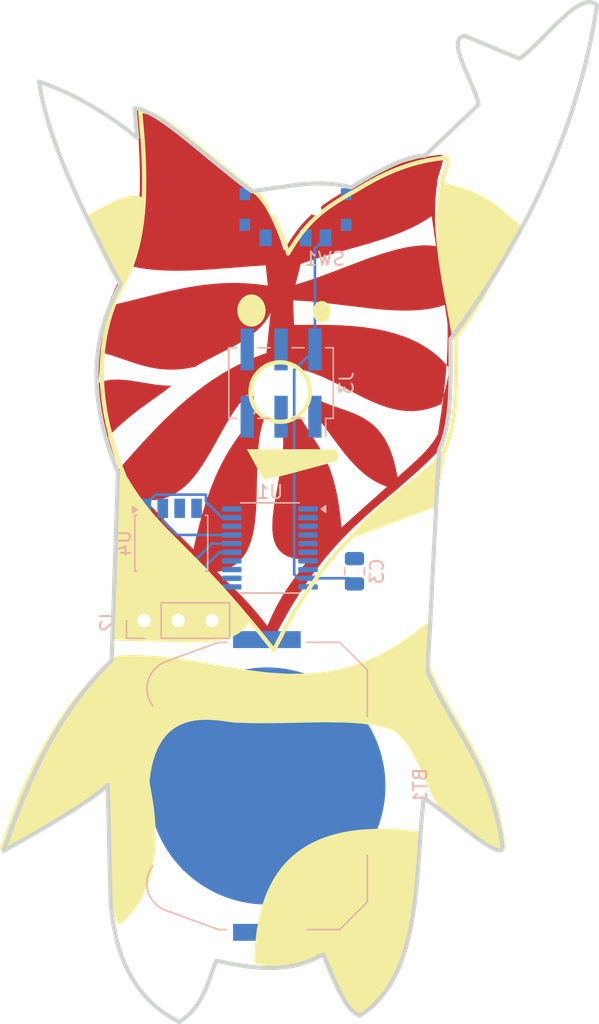
<source format=kicad_pcb>
(kicad_pcb (version 20241229) (generator "pcbnew") (generator_version "9.0")
  (layers (0 "F.Cu" signal) (2 "B.Cu" signal) (13 "F.Paste" user) (15 "B.Paste" user) (5 "F.SilkS" user "F.Silkscreen") (7 "B.SilkS" user "B.Silkscreen") (1 "F.Mask" user) (3 "B.Mask" user) (25 "Edge.Cuts" user))
  (net 0 "")
  (net 1 "Net-(BT1-+)")
  (net 2 "GND")
  (net 3 "+3V3")
  (net 4 "SWIO")
  (net 9 "PD0")
  (net 10 "PC5")
  (net 11 "PC3")
  (net 12 "PC0")
  (net 13 "PC6")
  (net 14 "PD2")
  (net 15 "PA1")
  (net 16 "PC4")
  (net 17 "PD4")
  (net 18 "Reset")
  (net 19 "PD6")
  (net 20 "PC7")
  (net 21 "PD3")
  (net 22 "PD5")
  (net 23 "PA2")
  (net 24 "PC1")
  (net 25 "PC2")
  (footprint "UE_Buttons:SK-3296S_switch" (layer "B.Cu") (at 158.375 63.95 180)
    (property "Reference" "SW1")
    (property "Value" "SW_SPDT")
  )
  (footprint "Capacitor_SMD:C_0805_2012Metric" (layer "B.Cu") (at 162.8 91.1 90)
    (property "Reference" "C3")
    (property "Value" "100n")
  )
  (footprint "Package_SO:SSOP-8_3.95x5.21x3.27mm_P1.27mm" (layer "B.Cu") (at 149.045 89 -90)
    (property "Reference" "U4")
    (property "Value" "W25Q16JVSS")
  )
  (footprint "Connector_PinSocket_2.54mm:PinSocket_1x03_P2.54mm_Vertical" (layer "B.Cu") (at 147.02 94.8 -90)
    (property "Reference" "J2")
    (property "Value" "Debug")
  )
  (footprint "Battery:BatteryHolder_Keystone_3034_1x20mm" (layer "B.Cu") (at 156.225 107.215 90)
    (property "Reference" "BT1")
    (property "Value" "Battery_Cell")
  )
  (footprint "Package_SO:TSSOP-20_4.4x6.5mm_P0.65mm" (layer "B.Cu") (at 156.45 89.35 180)
    (property "Reference" "U1")
    (property "Value" "CH32V006")
  )
  (footprint "Connector_PinHeader_2.54mm:PinHeader_2x03_P2.54mm_Vertical_SMD" (layer "B.Cu") (at 157.29 76.975 90)
    (property "Reference" "J3")
    (property "Value" "Conn_02x03_Odd_Even")
  )
  (gr_poly (pts (xy 146.55 56.325) (xy 146.723173 56.352742) (xy 146.910417 56.403504) (xy 147.111004 56.476096) (xy 147.549295 56.682006) (xy 148.032225 56.960946) (xy 148.55397 57.303389) (xy 149.108707 57.699811) (xy 149.690612 58.140684) (xy 150.293864 58.616484) (xy 152.803861 60.678428) (xy 154.035533 61.671284) (xy 154.625156 62.124843) (xy 155.189539 62.537121) (xy 155.343235 62.703128) (xy 155.499213 62.890465) (xy 155.656711 63.097823) (xy 155.814964 63.323891) (xy 155.973208 63.567357) (xy 156.130679 63.826912) (xy 156.286614 64.101246) (xy 156.440248 64.389046) (xy 156.590817 64.689003) (xy 156.737558 64.999807) (xy 156.879706 65.320147) (xy 157.016498 65.648711) (xy 157.147169 65.98419) (xy 157.270956 66.325273) (xy 157.387095 66.67065) (xy 157.494822 67.019009) (xy 157.742926 66.608877) (xy 157.987477 66.225824) (xy 158.231354 65.867251) (xy 158.47743 65.530557) (xy 158.728585 65.213141) (xy 158.987692 64.912404) (xy 159.25763 64.625746) (xy 159.541274 64.350565) (xy 159.841501 64.084263) (xy 160.161188 63.824238) (xy 160.50321 63.567891) (xy 160.870445 63.312621) (xy 161.265768 63.055828) (xy 161.692057 62.794912) (xy 162.152187 62.527272) (xy 162.649035 62.250309) (xy 163.093742 61.980317) (xy 163.530828 61.728539) (xy 163.960747 61.494524) (xy 164.383951 61.277821) (xy 164.800892 61.077977) (xy 165.212024 60.894543) (xy 165.617798 60.727066) (xy 166.018669 60.575096) (xy 166.415089 60.438179) (xy 166.80751 60.315866) (xy 167.196386 60.207705) (xy 167.582169 60.113244) (xy 167.965311 60.032032) (xy 168.346266 59.963618) (xy 168.725487 59.90755) (xy 169.103426 59.863377) (xy 169.175052 59.84967) (xy 169.237258 59.845606) (xy 169.290508 59.850713) (xy 169.335264 59.864516) (xy 169.37199 59.88654) (xy 169.401148 59.916313) (xy 169.423202 59.95336) (xy 169.438614 59.997206) (xy 169.447848 60.047379) (xy 169.451366 60.103403) (xy 169.449631 60.164805) (xy 169.443107 60.231111) (xy 169.41754 60.376539) (xy 169.37837 60.535894) (xy 169.274035 60.881216) (xy 169.159729 61.23674) (xy 169.108096 61.408847) (xy 169.065082 61.572129) (xy 169.03439 61.722792) (xy 169.019724 61.857045) (xy 168.927023 62.595183) (xy 168.870127 63.328552) (xy 168.845909 64.057569) (xy 168.85124 64.78265) (xy 168.88299 65.504211) (xy 168.938032 66.222668) (xy 169.013236 66.938439) (xy 169.105475 67.65194) (xy 169.328538 69.073795) (xy 169.582194 70.491567) (xy 169.841412 71.908585) (xy 170.081164 73.328183) (xy 170.095556 75.745148) (xy 170.086045 76.911837) (xy 170.0686 77.482096) (xy 170.039453 78.042628) (xy 169.99617 78.592679) (xy 169.936321 79.131495) (xy 169.857471 79.658325) (xy 169.75719 80.172414) (xy 169.633045 80.673009) (xy 169.482604 81.159358) (xy 169.303434 81.630706) (xy 169.093104 82.0863) (xy 168.315029 82.872126) (xy 167.535213 83.604605) (xy 165.97032 84.97056) (xy 164.398342 86.306242) (xy 163.60967 87.000879) (xy 162.819196 87.733727) (xy 162.026909 88.520045) (xy 161.2328 89.375092) (xy 160.436857 90.314129) (xy 159.639071 91.352414) (xy 158.839431 92.505208) (xy 158.037927 93.787769) (xy 157.234549 95.215358) (xy 156.429285 96.803234) (xy 155.225531 95.303853) (xy 154.129797 93.987757) (xy 153.133347 92.835297) (xy 152.227442 91.826821) (xy 151.595042 91.148342) (xy 152.481974 91.148342) (xy 153.577556 92.206098) (xy 154.042148 92.665866) (xy 154.475744 93.110705) (xy 154.896698 93.563971) (xy 155.323363 94.049023) (xy 155.774095 94.589218) (xy 156.267245 95.207913) (xy 156.429423 94.823073) (xy 156.588753 94.464786) (xy 156.746691 94.129408) (xy 156.904697 93.813297) (xy 157.064226 93.512808) (xy 157.226736 93.224299) (xy 157.393685 92.944127) (xy 157.566529 92.668648) (xy 157.746728 92.39422) (xy 157.935737 92.117199) (xy 158.346018 91.540805) (xy 159.336436 90.196606) (xy 158.858986 90.200927) (xy 158.436988 90.162849) (xy 158.067548 90.084541) (xy 157.747773 89.968173) (xy 157.474771 89.815913) (xy 157.24565 89.629933) (xy 157.057517 89.412401) (xy 156.90748 89.165486) (xy 156.792646 88.89136) (xy 156.710122 88.59219) (xy 156.657017 88.270147) (xy 156.630437 87.9274) (xy 156.645285 87.188472) (xy 156.731526 86.392764) (xy 157.327615 82.989251) (xy 157.42372 82.169985) (xy 157.452378 81.398078) (xy 157.434183 81.035307) (xy 157.390449 80.690884) (xy 157.318283 80.366979) (xy 157.214792 80.065762) (xy 156.003496 79.69731) (xy 155.885626 80.072942) (xy 155.787444 80.46355) (xy 155.707032 80.86752) (xy 155.642472 81.283239) (xy 155.553234 82.143478) (xy 155.504382 83.031369) (xy 155.46645 84.838518) (xy 155.446675 85.731982) (xy 155.405898 86.601509) (xy 155.328773 87.434203) (xy 155.271783 87.832707) (xy 155.199951 88.217165) (xy 155.111359 88.585967) (xy 155.004087 88.9375) (xy 154.876218 89.270151) (xy 154.725833 89.582308) (xy 154.551013 89.87236) (xy 154.349841 90.138694) (xy 154.120398 90.379698) (xy 153.860766 90.59376) (xy 153.569025 90.779267) (xy 153.243259 90.934608) (xy 152.881548 91.058171) (xy 152.481974 91.148342) (xy 151.595042 91.148342) (xy 151.403345 90.942678) (xy 150.65232 90.163219) (xy 149.334532 88.839745) (xy 148.20418 87.699192) (xy 147.687449 87.148383) (xy 147.191365 86.584353) (xy 146.70719 85.987449) (xy 146.545989 85.769802) (xy 147.15597 85.769802) (xy 147.574549 86.238316) (xy 147.993151 86.692218) (xy 148.415455 87.137299) (xy 148.845142 87.579354) (xy 149.741382 88.47755) (xy 150.711313 89.433148) (xy 150.85275 88.812094) (xy 150.995319 88.222219) (xy 151.138932 87.662349) (xy 151.283506 87.131309) (xy 151.428952 86.627923) (xy 151.575185 86.151016) (xy 151.72212 85.699414) (xy 151.869669 85.271942) (xy 152.017747 84.867424) (xy 152.166268 84.484686) (xy 152.315146 84.122553) (xy 152.464294 83.779849) (xy 152.613627 83.4554) (xy 152.763058 83.148031) (xy 153.061871 82.579832) (xy 153.360044 82.065853) (xy 153.656889 81.596693) (xy 153.951717 81.162954) (xy 154.243839 80.755234) (xy 154.81721 79.980256) (xy 155.097082 79.594197) (xy 155.371493 79.19656) (xy 155.338572 79.16776) (xy 155.30722 79.13739) (xy 155.248959 79.072208) (xy 155.196177 79.001549) (xy 155.148339 78.925945) (xy 155.104912 78.84593) (xy 155.065364 78.762038) (xy 155.02916 78.6748) (xy 154.995768 78.584751) (xy 154.964654 78.492425) (xy 154.935284 78.398353) (xy 154.879646 78.207108) (xy 154.824587 78.015284) (xy 154.765841 77.827145) (xy 154.765841 77.82713) (xy 154.522687 78.093914) (xy 154.289494 78.374566) (xy 154.0653 78.667581) (xy 153.849144 78.97145) (xy 153.437096 79.605729) (xy 153.045659 80.265347) (xy 152.293846 81.612391) (xy 151.918086 82.275709) (xy 151.532166 82.916153) (xy 151.128394 83.52167) (xy 150.91741 83.807563) (xy 150.699078 84.080204) (xy 150.472437 84.338087) (xy 150.236525 84.579704) (xy 149.990381 84.803549) (xy 149.733042 85.008116) (xy 149.463549 85.191896) (xy 149.180938 85.353385) (xy 148.884249 85.491074) (xy 148.57252 85.603458) (xy 148.244789 85.689029) (xy 147.900094 85.746282) (xy 147.537475 85.773708) (xy 147.15597 85.769802) (xy 146.545989 85.769802) (xy 146.226187 85.338021) (xy 145.984145 84.98747) (xy 145.739619 84.616419) (xy 145.491518 84.222411) (xy 145.238749 83.80299) (xy 145.167741 83.632666) (xy 145.098192 83.462445) (xy 146.298206 82.094766) (xy 147.522403 80.762767) (xy 148.148105 80.116844) (xy 148.785294 79.487874) (xy 149.435784 78.878537) (xy 150.101387 78.29151) (xy 150.783919 77.729471) (xy 150.937184 77.612683) (xy 155.151362 77.612683) (xy 155.154278 77.727504) (xy 155.162907 77.840817) (xy 155.177107 77.952483) (xy 155.19674 78.062362) (xy 155.221664 78.170312) (xy 155.251739 78.276194) (xy 155.286826 78.379868) (xy 155.326785 78.481194) (xy 155.371474 78.580031) (xy 155.420754 78.676239) (xy 155.474485 78.769678) (xy 155.532527 78.860208) (xy 155.594739 78.947689) (xy 155.660981 79.031981) (xy 155.731114 79.112943) (xy 155.804997 79.190436) (xy 155.882489 79.264318) (xy 155.963451 79.334451) (xy 156.047743 79.400693) (xy 156.135224 79.462905) (xy 156.225754 79.520947) (xy 156.319194 79.574678) (xy 156.415402 79.623958) (xy 156.514239 79.668647) (xy 156.615565 79.708605) (xy 156.719239 79.743692) (xy 156.825122 79.773768) (xy 156.933072 79.798691) (xy 157.042951 79.818323) (xy 157.154618 79.832523) (xy 157.267932 79.841151) (xy 157.382754 79.844067) (xy 157.479283 79.841979) (xy 157.575314 79.835746) (xy 157.670723 79.825411) (xy 157.765385 79.81102) (xy 157.859174 79.792617) (xy 157.951967 79.770247) (xy 158.043638 79.743954) (xy 158.134064 79.713784) (xy 158.223119 79.679779) (xy 158.310679 79.641986) (xy 158.396618 79.600449) (xy 158.480813 79.555212) (xy 158.563139 79.506321) (xy 158.643471 79.453819) (xy 158.721685 79.397751) (xy 158.797655 79.338162) (xy 158.689646 79.46011) (xy 158.943824 79.889431) (xy 159.196295 80.291215) (xy 159.690936 81.04636) (xy 160.163218 81.79393) (xy 160.387739 82.186244) (xy 160.602789 82.602307) (xy 160.807073 83.050667) (xy 160.999297 83.539873) (xy 161.178168 84.078471) (xy 161.342391 84.675011) (xy 161.490673 85.338039) (xy 161.621719 86.076104) (xy 161.734236 86.897754) (xy 161.826929 87.811535) (xy 165.240741 84.751499) (xy 165.136775 84.717231) (xy 164.887916 84.620195) (xy 164.647359 84.511567) (xy 164.414669 84.391888) (xy 164.189408 84.261699) (xy 163.971141 84.12154) (xy 163.759431 83.971952) (xy 163.553842 83.813476) (xy 163.159281 83.47202) (xy 162.78397 83.101498) (xy 162.424416 82.706233) (xy 162.07713 82.290552) (xy 161.738621 81.85878) (xy 161.405399 81.415239) (xy 160.740856 80.510157) (xy 160.055578 79.609905) (xy 159.696438 79.172402) (xy 159.321642 78.749081) (xy 159.263239 78.814679) (xy 159.29445 78.764388) (xy 159.324282 78.71335) (xy 159.352722 78.661596) (xy 159.37976 78.609152) (xy 159.405385 78.556049) (xy 159.429587 78.502315) (xy 159.452353 78.44798) (xy 159.473674 78.393072) (xy 159.493538 78.337621) (xy 159.511934 78.281656) (xy 159.528851 78.225205) (xy 159.544278 78.168298) (xy 159.558204 78.110964) (xy 159.570619 78.053231) (xy 159.58151 77.99513) (xy 159.590868 77.936688) (xy 159.590876 77.936703) (xy 159.816995 78.07668) (xy 160.047363 78.203899) (xy 160.518513 78.426559) (xy 160.999665 78.617676) (xy 161.486159 78.790244) (xy 162.456527 79.131711) (xy 162.93108 79.326598) (xy 163.392329 79.554913) (xy 163.616509 79.685666) (xy 163.835616 79.829649) (xy 164.049066 79.988486) (xy 164.256277 80.163801) (xy 164.456667 80.357218) (xy 164.649653 80.570362) (xy 164.834653 80.804856) (xy 165.011083 81.062326) (xy 165.178361 81.344396) (xy 165.335905 81.652689) (xy 165.483131 81.988829) (xy 165.619458 82.354442) (xy 165.744303 82.751152) (xy 165.857082 83.180582) (xy 165.957214 83.644357) (xy 166.027181 84.046716) (xy 166.874831 83.287691) (xy 167.330195 82.874422) (xy 167.544361 82.673756) (xy 167.749507 82.475264) (xy 167.945628 82.277592) (xy 168.132717 82.079388) (xy 168.310769 81.879297) (xy 168.479777 81.675966) (xy 168.639735 81.468042) (xy 168.790637 81.254171) (xy 168.932477 81.032999) (xy 169.065249 80.803173) (xy 169.286679 79.340615) (xy 169.388239 78.620598) (xy 169.48176 77.905682) (xy 169.625884 77.383772) (xy 169.69629 77.1174) (xy 169.759713 76.849682) (xy 169.787428 76.71585) (xy 169.811743 76.58232) (xy 169.832108 76.449303) (xy 169.847971 76.317012) (xy 169.858781 76.185659) (xy 169.863986 76.055458) (xy 169.863036 75.92662) (xy 169.855379 75.799359) (xy 169.819598 75.754901) (xy 169.7836 75.71093) (xy 169.747318 75.667377) (xy 169.710688 75.624173) (xy 169.736775 75.230648) (xy 169.758189 74.836019) (xy 169.774712 74.43999) (xy 169.786124 74.042265) (xy 169.792207 73.64255) (xy 169.792741 73.240549) (xy 169.787507 72.835967) (xy 169.776285 72.428509) (xy 169.580679 71.111296) (xy 169.026931 71.280036) (xy 168.406185 71.407729) (xy 167.754768 71.489669) (xy 167.076404 71.531082) (xy 166.374816 71.537196) (xy 165.653727 71.513237) (xy 164.916861 71.464433) (xy 164.167939 71.396012) (xy 161.126172 71.030692) (xy 159.629764 70.866233) (xy 158.90071 70.806849) (xy 158.189387 70.769665) (xy 158.268488 72.612973) (xy 159.664323 72.602022) (xy 161.16331 72.618064) (xy 161.936904 72.649282) (xy 162.718791 72.702937) (xy 163.503138 72.784261) (xy 164.284113 72.898482) (xy 165.055884 73.05083) (xy 165.812619 73.246536) (xy 166.548487 73.49083) (xy 166.906772 73.632831) (xy 167.257654 73.788941) (xy 167.600403 73.959812) (xy 167.93429 74.146099) (xy 168.258586 74.348456) (xy 168.572562 74.567535) (xy 168.875489 74.803991) (xy 169.166639 75.058478) (xy 169.445281 75.331648) (xy 169.710688 75.624157) (xy 169.665279 76.194641) (xy 169.611456 76.764433) (xy 169.550017 77.334469) (xy 169.48176 77.905682) (xy 169.438153 78.072028) (xy 169.417754 78.153986) (xy 169.398499 78.235066) (xy 169.380543 78.315216) (xy 169.364043 78.394385) (xy 169.349154 78.472521) (xy 169.336031 78.549572) (xy 168.970002 78.705311) (xy 168.610148 78.83196) (xy 168.256131 78.930913) (xy 167.907612 79.003561) (xy 167.564252 79.051296) (xy 167.225712 79.07551) (xy 166.891654 79.077597) (xy 166.56174 79.058947) (xy 166.235629 79.020953) (xy 165.912984 78.965008) (xy 165.593465 78.892503) (xy 165.276735 78.804831) (xy 164.650283 78.589553) (xy 164.030917 78.330311) (xy 163.415929 78.038244) (xy 162.802607 77.724488) (xy 161.570123 77.07646) (xy 160.945541 76.764463) (xy 160.311786 76.475328) (xy 159.666147 76.220191) (xy 159.338025 76.108852) (xy 159.005915 76.010189) (xy 159.036913 76.114056) (xy 158.955532 76.028859) (xy 158.870202 75.948461) (xy 158.781142 75.872959) (xy 158.688568 75.802449) (xy 158.592698 75.737027) (xy 158.493749 75.676789) (xy 158.391939 75.621833) (xy 158.287484 75.572255) (xy 158.180604 75.52815) (xy 158.071514 75.489615) (xy 157.960432 75.456747) (xy 157.847576 75.429642) (xy 157.733162 75.408396) (xy 157.617409 75.393107) (xy 157.500534 75.383869) (xy 157.382754 75.38078) (xy 157.267914 75.383696) (xy 157.154583 75.392327) (xy 157.0429 75.406531) (xy 156.933006 75.426169) (xy 156.825041 75.451101) (xy 156.719144 75.481185) (xy 156.615457 75.516283) (xy 156.514119 75.556252) (xy 156.415271 75.600955) (xy 156.319052 75.650249) (xy 156.225604 75.703995) (xy 156.135066 75.762053) (xy 156.047578 75.824282) (xy 155.963281 75.890543) (xy 155.882315 75.960694) (xy 155.804819 76.034596) (xy 155.730935 76.112108) (xy 155.660803 76.193091) (xy 155.594562 76.277403) (xy 155.532353 76.364906) (xy 155.474315 76.455457) (xy 155.420591 76.548918) (xy 155.371318 76.645148) (xy 155.326639 76.744007) (xy 155.286692 76.845354) (xy 155.251618 76.94905) (xy 155.221558 77.054953) (xy 155.196651 77.162924) (xy 155.177037 77.272823) (xy 155.162858 77.384509) (xy 155.154253 77.497843) (xy 155.151362 77.612683) (xy 150.937184 77.612683) (xy 151.485191 77.195099) (xy 152.207019 76.691071) (xy 152.951215 76.220066) (xy 153.719594 75.784761) (xy 154.513969 75.387835) (xy 155.336153 75.031965) (xy 156.18796 74.71983) (xy 156.503702 71.717953) (xy 156.397671 71.913945) (xy 156.283203 72.101499) (xy 156.16069 72.281006) (xy 156.030524 72.452859) (xy 155.893095 72.617448) (xy 155.748796 72.775166) (xy 155.441154 73.071554) (xy 155.110729 73.345157) (xy 154.760654 73.599108) (xy 154.394063 73.836541) (xy 154.014088 74.060589) (xy 153.623861 74.274386) (xy 153.226516 74.481066) (xy 152.423002 74.885608) (xy 151.628608 75.299282) (xy 151.242662 75.517378) (xy 150.868395 75.747158) (xy 150.578748 75.80977) (xy 150.296939 75.86118) (xy 150.022619 75.901888) (xy 149.75544 75.932391) (xy 149.495052 75.953188) (xy 149.241107 75.964778) (xy 148.993257 75.967658) (xy 148.751152 75.962328) (xy 148.282784 75.92903) (xy 147.833214 75.86887) (xy 147.399653 75.785835) (xy 146.979311 75.683915) (xy 146.569399 75.567095) (xy 146.167126 75.439363) (xy 145.374343 75.167115) (xy 144.578645 74.899069) (xy 144.172729 74.776591) (xy 143.757715 74.667126) (xy 143.6001 76.984814) (xy 143.737178 76.921043) (xy 143.87843 76.866688) (xy 144.023657 76.821254) (xy 144.172662 76.784251) (xy 144.481216 76.73356) (xy 144.802513 76.71067) (xy 145.134975 76.711637) (xy 145.477022 76.732518) (xy 145.827075 76.769366) (xy 146.183555 76.81824) (xy 147.642166 77.05509) (xy 148.007096 77.104921) (xy 148.368979 77.143111) (xy 148.726236 77.165715) (xy 149.077288 77.168789) (xy 148.503067 77.609128) (xy 147.951593 78.010551) (xy 146.859083 78.795636) (xy 146.289144 79.228792) (xy 145.991931 79.466351) (xy 145.684148 79.722021) (xy 145.363986 79.998895) (xy 145.029641 80.300068) (xy 144.679306 80.628633) (xy 144.311175 80.987683) (xy 144.9592 83.111584) (xy 144.610481 82.152983) (xy 144.308945 81.199559) (xy 144.055012 80.252459) (xy 143.849099 79.312834) (xy 143.691624 78.381832) (xy 143.583007 77.460602) (xy 143.523664 76.550293) (xy 143.514015 75.652054) (xy 143.554478 74.767034) (xy 143.645471 73.896382) (xy 143.787412 73.041247) (xy 143.98072 72.202778) (xy 144.225812 71.382124) (xy 144.306508 71.164517) (xy 144.442438 71.164517) (xy 145.860838 70.825857) (xy 147.27155 70.468703) (xy 148.687414 70.123884) (xy 150.121269 69.822228) (xy 150.848956 69.697221) (xy 151.585956 69.594565) (xy 152.333873 69.518116) (xy 153.094313 69.471725) (xy 153.868881 69.459248) (xy 154.659181 69.484537) (xy 155.466818 69.551447) (xy 156.293398 69.66383) (xy 156.285208 69.584713) (xy 158.373339 69.584713) (xy 159.030921 69.388887) (xy 159.704142 69.16533) (xy 161.084396 68.660594) (xy 162.487892 68.121645) (xy 163.888423 67.599627) (xy 164.579386 67.360948) (xy 165.25978 67.14568) (xy 165.926329 66.960215) (xy 166.575756 66.810947) (xy 167.204786 66.704267) (xy 167.810143 66.646568) (xy 168.10292 66.638084) (xy 168.38855 66.644244) (xy 168.666624 66.665844) (xy 168.925923 66.702172) (xy 168.591349 64.449147) (xy 168.591318 64.449101) (xy 168.067811 64.789194) (xy 167.520999 65.099326) (xy 166.953294 65.382595) (xy 166.367107 65.642101) (xy 165.764846 65.880943) (xy 165.148925 66.10222) (xy 163.88574 66.50448) (xy 161.3015 67.234595) (xy 160.019017 67.612041) (xy 159.388621 67.814708) (xy 158.768671 68.030804) (xy 158.373339 69.584713) (xy 156.285208 69.584713) (xy 156.135271 68.136273) (xy 154.798743 68.229221) (xy 153.445082 68.338189) (xy 152.08897 68.441889) (xy 150.74509 68.519032) (xy 150.082324 68.540992) (xy 149.428122 68.54833) (xy 148.784318 68.538384) (xy 148.152748 68.508495) (xy 147.535247 68.456) (xy 146.93365 68.378238) (xy 146.349792 68.27255) (xy 145.785509 68.136273) (xy 144.442438 71.164517) (xy 144.306508 71.164517) (xy 144.523107 70.580434) (xy 144.873024 69.798856) (xy 145.27598 69.03854) (xy 145.545196 68.443687) (xy 145.780862 67.837658) (xy 145.984808 67.221062) (xy 146.158864 66.594508) (xy 146.304861 65.958604) (xy 146.424628 65.313961) (xy 146.519997 64.661187) (xy 146.592797 64.000891) (xy 146.644858 63.333682) (xy 146.678012 62.66017) (xy 146.694088 61.980963) (xy 146.694916 61.29667) (xy 146.658152 59.915264) (xy 146.582361 58.520825) (xy 146.39168 56.321476) (xy 146.391627 56.321469)) (fill yes) (layer "F.Cu"))
  (gr_poly (pts (xy 146.872744 56.554899) (xy 147.045886 56.582569) (xy 147.233101 56.633269) (xy 147.433662 56.705806) (xy 147.871909 56.91163) (xy 148.354805 57.190511) (xy 148.876524 57.532922) (xy 149.431244 57.929333) (xy 150.013141 58.370214) (xy 150.616392 58.846038) (xy 153.126464 60.90818) (xy 154.358212 61.901153) (xy 154.947881 62.354764) (xy 155.512317 62.767086) (xy 155.666013 62.933094) (xy 155.821991 63.120433) (xy 155.979489 63.327792) (xy 156.137743 63.553861) (xy 156.295987 63.797329) (xy 156.453459 64.056885) (xy 156.609395 64.331219) (xy 156.763029 64.619021) (xy 156.913599 64.918979) (xy 157.060341 65.229784) (xy 157.20249 65.550124) (xy 157.339282 65.87869) (xy 157.469954 66.214169) (xy 157.593741 66.555253) (xy 157.70988 66.900629) (xy 157.817607 67.248989) (xy 158.06571 66.838857) (xy 158.31026 66.455804) (xy 158.554135 66.097231) (xy 158.800211 65.760536) (xy 159.051364 65.443121) (xy 159.310471 65.142384) (xy 159.580408 64.855725) (xy 159.864052 64.580545) (xy 160.164278 64.314243) (xy 160.483964 64.054218) (xy 160.825986 63.797871) (xy 161.19322 63.542601) (xy 161.588542 63.285808) (xy 162.014829 63.024892) (xy 162.474958 62.757252) (xy 162.971805 62.480289) (xy 163.416512 62.210298) (xy 163.853599 61.95852) (xy 164.283517 61.724506) (xy 164.706721 61.507802) (xy 165.123662 61.307959) (xy 165.534794 61.124524) (xy 165.940569 60.957046) (xy 166.341439 60.805074) (xy 166.737859 60.668157) (xy 167.13028 60.545843) (xy 167.519156 60.437681) (xy 167.904939 60.343219) (xy 168.288081 60.262006) (xy 168.669036 60.193591) (xy 169.048257 60.137523) (xy 169.426196 60.093349) (xy 169.49782 60.079642) (xy 169.560024 60.07558) (xy 169.613272 60.080687) (xy 169.658027 60.094491) (xy 169.694752 60.116516) (xy 169.72391 60.146289) (xy 169.745963 60.183337) (xy 169.761375 60.227184) (xy 169.770608 60.277357) (xy 169.774126 60.333382) (xy 169.772391 60.394785) (xy 169.765867 60.461092) (xy 169.740301 60.606521) (xy 169.701132 60.765876) (xy 169.596799 61.1112) (xy 169.482496 61.466726) (xy 169.430865 61.638834) (xy 169.387851 61.802116) (xy 169.35716 61.952779) (xy 169.342494 62.087032) (xy 169.249793 62.82517) (xy 169.192897 63.558539) (xy 169.168679 64.287556) (xy 169.174009 65.012636) (xy 169.205759 65.734196) (xy 169.2608 66.452653) (xy 169.336003 67.168423) (xy 169.428241 67.881923) (xy 169.651303 69.303778) (xy 169.904958 70.721548) (xy 170.164175 72.138565) (xy 170.403926 73.558162) (xy 170.418316 75.975137) (xy 170.408807 77.141828) (xy 170.391363 77.712088) (xy 170.362216 78.272621) (xy 170.318935 78.822672) (xy 170.259086 79.36149) (xy 170.180238 79.888319) (xy 170.079958 80.402409) (xy 169.955814 80.903004) (xy 169.805373 81.389352) (xy 169.626204 81.860701) (xy 169.415874 82.316295) (xy 168.637798 83.102121) (xy 167.857983 83.8346) (xy 166.293088 85.200555) (xy 164.721107 86.536237) (xy 163.932434 87.230874) (xy 163.141958 87.963722) (xy 162.34967 88.75004) (xy 161.555559 89.605087) (xy 160.759616 90.544124) (xy 159.961828 91.582409) (xy 159.162187 92.735203) (xy 158.360683 94.017764) (xy 157.557304 95.445353) (xy 156.75204 97.033229) (xy 155.548287 95.533848) (xy 154.452555 94.217752) (xy 153.456105 93.065292) (xy 152.550201 92.056816) (xy 151.726105 91.172673) (xy 150.975079 90.393214) (xy 149.657292 89.06974) (xy 148.526938 87.929187) (xy 148.010206 87.378378) (xy 147.514121 86.814348) (xy 147.029944 86.217444) (xy 146.548939 85.568016) (xy 146.306896 85.217465) (xy 146.062369 84.846414) (xy 145.814266 84.452406) (xy 145.561496 84.032985) (xy 145.163034 83.028263) (xy 144.815783 82.028353) (xy 144.520222 81.034564) (xy 144.276826 80.048206) (xy 144.086073 79.070591) (xy 143.948441 78.103028) (xy 143.864406 77.146827) (xy 143.834446 76.203298) (xy 143.859037 75.273753) (xy 143.938657 74.3595) (xy 144.073783 73.46185) (xy 144.264891 72.582114) (xy 144.51246 71.721601) (xy 144.816966 70.881621) (xy 145.178886 70.063486) (xy 145.598697 69.268505) (xy 145.86792 68.673652) (xy 146.103604 68.067623) (xy 146.307576 67.451027) (xy 146.481665 66.824474) (xy 146.627701 66.188571) (xy 146.747512 65.543928) (xy 146.842927 64.891155) (xy 146.915775 64.230859) (xy 146.967885 63.563651) (xy 147.001085 62.89014) (xy 147.017204 62.210933) (xy 147.018071 61.526641) (xy 146.981365 60.145236) (xy 146.905597 58.750797) (xy 146.714397 56.551448) (xy 146.714404 56.551448)) (stroke (width 0.319999)) (fill no) (layer "F.SilkS"))
  (gr_poly (pts (xy 161.280894 81.938915) (xy 161.320813 81.943912) (xy 161.357753 81.95363) (xy 161.391777 81.967756) (xy 161.422943 81.985975) (xy 161.451311 82.007975) (xy 161.476942 82.033441) (xy 161.499895 82.062061) (xy 161.52023 82.09352) (xy 161.538007 82.127505) (xy 161.553287 82.163702) (xy 161.566128 82.201797) (xy 161.576592 82.241478) (xy 161.584738 82.28243) (xy 161.590625 82.32434) (xy 161.594314 82.366894) (xy 161.595865 82.409778) (xy 161.595338 82.45268) (xy 161.592793 82.495285) (xy 161.588289 82.53728) (xy 161.581886 82.578351) (xy 161.573645 82.618184) (xy 161.563626 82.656466) (xy 161.551887 82.692884) (xy 161.538491 82.727124) (xy 161.523495 82.758872) (xy 161.50696 82.787814) (xy 161.488947 82.813637) (xy 161.469515 82.836027) (xy 161.448723 82.854672) (xy 161.426633 82.869256) (xy 161.403304 82.879467) (xy 161.378795 82.88499) (xy 160.630654 83.070465) (xy 159.786604 83.293715) (xy 158.040956 83.762882) (xy 157.25445 83.96347) (xy 156.602218 84.111176) (xy 156.344438 84.158116) (xy 156.141806 84.183335) (xy 156.001515 84.184002) (xy 155.956995 84.174243) (xy 155.930759 84.157283) (xy 154.788959 82.069408) (xy 154.704951 81.936916)) (fill yes) (layer "F.SilkS"))
  (gr_poly (pts (xy 165.863543 110.708007) (xy 166.656932 110.765742) (xy 167.486507 110.854015) (xy 167.411001 112.792998) (xy 167.296675 114.745422) (xy 167.210414 115.712494) (xy 167.096998 116.66591) (xy 166.950612 117.599998) (xy 166.765439 118.509086) (xy 166.535663 119.387503) (xy 166.255468 120.229575) (xy 165.919036 121.029631) (xy 165.520553 121.782) (xy 165.296224 122.138528) (xy 165.0542 122.481008) (xy 164.793756 122.80873) (xy 164.514163 123.120984) (xy 164.214695 123.417063) (xy 163.894625 123.696256) (xy 163.553225 123.957856) (xy 163.189769 124.201152) (xy 163.082604 124.167037) (xy 162.977655 124.121109) (xy 162.874831 124.063842) (xy 162.774043 123.995714) (xy 162.675203 123.917201) (xy 162.578221 123.828777) (xy 162.483008 123.73092) (xy 162.389474 123.624105) (xy 162.29753 123.508809) (xy 162.207088 123.385507) (xy 162.030348 123.11679) (xy 161.858542 122.821762) (xy 161.690955 122.504232) (xy 161.526873 122.168007) (xy 161.365583 121.816896) (xy 161.048519 121.085247) (xy 160.734051 120.339749) (xy 160.416469 119.610866) (xy 160.124866 119.770899) (xy 159.8289 119.914794) (xy 159.529102 120.042735) (xy 159.226001 120.154902) (xy 158.920127 120.25148) (xy 158.612011 120.33265) (xy 158.302182 120.398596) (xy 157.99117 120.449499) (xy 157.679505 120.485542) (xy 157.367718 120.506907) (xy 157.056337 120.513778) (xy 156.745894 120.506336) (xy 156.436917 120.484764) (xy 156.129937 120.449244) (xy 155.825485 120.39996) (xy 155.524089 120.337093) (xy 155.586322 119.165956) (xy 155.714624 118.050578) (xy 155.914423 116.995537) (xy 156.042828 116.492074) (xy 156.191142 116.005412) (xy 156.360042 115.536124) (xy 156.550208 115.084782) (xy 156.762316 114.651958) (xy 156.997045 114.238225) (xy 157.255074 113.844155) (xy 157.537081 113.47032) (xy 157.843743 113.117293) (xy 158.175739 112.785646) (xy 158.533748 112.475952) (xy 158.918447 112.188782) (xy 159.330514 111.924709) (xy 159.770628 111.684306) (xy 160.239467 111.468144) (xy 160.73771 111.276797) (xy 161.266033 111.110836) (xy 161.825116 110.970834) (xy 162.415637 110.857363) (xy 163.038274 110.770996) (xy 163.693704 110.712304) (xy 164.382608 110.681861) (xy 165.105661 110.680238)) (stroke (width 0.499998)) (fill yes) (layer "F.SilkS"))
  (gr_poly (pts (xy 157.339604 75.421249) (xy 157.452956 75.429857) (xy 157.56466 75.44404) (xy 157.674576 75.463659) (xy 157.782563 75.488574) (xy 157.888481 75.518643) (xy 157.99219 75.553727) (xy 158.09355 75.593686) (xy 158.19242 75.638378) (xy 158.28866 75.687664) (xy 158.38213 75.741404) (xy 158.47269 75.799457) (xy 158.560199 75.861683) (xy 158.644516 75.927941) (xy 158.725503 75.998092) (xy 158.803017 76.071995) (xy 158.87692 76.14951) (xy 158.947071 76.230497) (xy 159.013329 76.314814) (xy 159.075555 76.402323) (xy 159.133607 76.492882) (xy 159.187346 76.586352) (xy 159.236632 76.682592) (xy 159.281324 76.781462) (xy 159.321282 76.882821) (xy 159.356365 76.986529) (xy 159.386434 77.092447) (xy 159.411347 77.200433) (xy 159.430966 77.310348) (xy 159.445149 77.422051) (xy 159.453756 77.535401) (xy 159.456648 77.65026) (xy 159.453731 77.765099) (xy 159.4451 77.87843) (xy 159.430896 77.990113) (xy 159.411258 78.100008) (xy 159.386327 78.207973) (xy 159.356243 78.31387) (xy 159.321145 78.417557) (xy 159.281176 78.518895) (xy 159.236474 78.617744) (xy 159.18718 78.713962) (xy 159.133434 78.807411) (xy 159.075376 78.897949) (xy 159.013147 78.985437) (xy 158.946887 79.069734) (xy 158.876736 79.150701) (xy 158.802834 79.228196) (xy 158.725322 79.30208) (xy 158.644339 79.372212) (xy 158.560027 79.438453) (xy 158.472525 79.500662) (xy 158.381973 79.558699) (xy 158.288512 79.612424) (xy 158.192282 79.661695) (xy 158.093423 79.706375) (xy 157.992076 79.746321) (xy 157.88838 79.781394) (xy 157.782477 79.811454) (xy 157.674505 79.83636) (xy 157.564606 79.855972) (xy 157.452919 79.87015) (xy 157.339585 79.878754) (xy 157.224744 79.881644) (xy 157.109923 79.878728) (xy 156.996608 79.8701) (xy 156.884942 79.8559) (xy 156.775063 79.836268) (xy 156.667113 79.811345) (xy 156.56123 79.781269) (xy 156.457556 79.746182) (xy 156.35623 79.706224) (xy 156.257393 79.661535) (xy 156.161185 79.612255) (xy 156.067745 79.558524) (xy 155.977215 79.500483) (xy 155.889734 79.43827) (xy 155.805442 79.372028) (xy 155.72448 79.301895) (xy 155.646988 79.228013) (xy 155.573105 79.15052) (xy 155.502972 79.069558) (xy 155.43673 78.985266) (xy 155.374518 78.897785) (xy 155.316476 78.807255) (xy 155.262745 78.713816) (xy 155.213465 78.617608) (xy 155.168775 78.518771) (xy 155.128817 78.417445) (xy 155.09373 78.313771) (xy 155.063655 78.207889) (xy 155.03873 78.099939) (xy 155.019098 77.99006) (xy 155.004897 77.878394) (xy 154.996269 77.765081) (xy 154.993353 77.65026) (xy 154.996242 77.535418) (xy 155.004846 77.422084) (xy 155.019024 77.310397) (xy 155.038637 77.200497) (xy 155.063542 77.092525) (xy 155.093602 76.986621) (xy 155.128675 76.882925) (xy 155.168621 76.781578) (xy 155.2133 76.682719) (xy 155.262572 76.586489) (xy 155.316296 76.493028) (xy 155.374333 76.402476) (xy 155.436541 76.314974) (xy 155.502782 76.230662) (xy 155.572915 76.149679) (xy 155.646799 76.072167) (xy 155.724294 75.998266) (xy 155.805261 75.928115) (xy 155.889558 75.861855) (xy 155.977046 75.799626) (xy 156.067585 75.741569) (xy 156.161033 75.687823) (xy 156.257252 75.638529) (xy 156.356101 75.593827) (xy 156.45744 75.553858) (xy 156.561128 75.518761) (xy 156.667025 75.488677) (xy 156.774992 75.463746) (xy 156.884887 75.444108) (xy 156.996571 75.429904) (xy 157.109904 75.421273) (xy 157.224744 75.418357)) (stroke (width 0.319999)) (fill no) (layer "F.SilkS"))
  (gr_poly (pts (xy 146.401597 63.179709) (xy 146.509478 63.192535) (xy 146.614653 63.213139) (xy 146.71693 63.241886) (xy 146.657959 64.131312) (xy 146.578301 64.95591) (xy 146.528326 65.348455) (xy 146.470311 65.730259) (xy 146.403301 66.103147) (xy 146.326342 66.468939) (xy 146.238476 66.829459) (xy 146.138749 67.186529) (xy 146.026204 67.541971) (xy 145.899887 67.897607) (xy 145.758841 68.255261) (xy 145.60211 68.616754) (xy 145.428739 68.983908) (xy 145.237773 69.358547) (xy 144.841651 68.683216) (xy 144.493366 68.048819) (xy 144.185 67.445406) (xy 143.908636 66.863027) (xy 143.656358 66.291732) (xy 143.420247 65.721572) (xy 143.192388 65.142597) (xy 142.964862 64.544857) (xy 142.96487 64.544857) (xy 143.390594 64.315583) (xy 143.853418 64.058407) (xy 144.340976 63.796766) (xy 144.590165 63.671595) (xy 144.8409 63.554097) (xy 145.091634 63.447201) (xy 145.340824 63.353837) (xy 145.586921 63.276935) (xy 145.828381 63.219424) (xy 145.946889 63.198856) (xy 146.063658 63.184234) (xy 146.178494 63.175925) (xy 146.291205 63.174294)) (stroke (width 0.499998)) (fill yes) (layer "F.SilkS"))
  (gr_poly (pts (xy 145.65 84.575) (xy 146.107528 85.27153) (xy 146.55379 85.89718) (xy 146.995896 86.468211) (xy 147.440953 87.000882) (xy 147.896071 87.511454) (xy 148.86492 88.531337) (xy 149.959312 89.65794) (xy 151.236115 91.02134) (xy 151.960692 91.832489) (xy 152.752197 92.751616) (xy 153.617738 93.794982) (xy 154.564426 94.978847) (xy 154.564418 94.978847) (xy 154.437621 95.149789) (xy 154.290353 95.304882) (xy 154.123513 95.444822) (xy 153.938001 95.570307) (xy 153.734718 95.682034) (xy 153.514564 95.780699) (xy 153.027241 95.941632) (xy 152.483234 96.05868) (xy 151.889744 96.13742) (xy 151.253972 96.183425) (xy 150.58312 96.20227) (xy 144.817493 96.044277) (xy 145.174098 83.791332)) (stroke (width 0.499998)) (fill yes) (layer "F.SilkS"))
  (gr_poly (pts (xy 168.258151 98.38084) (xy 168.621439 99.184356) (xy 169.003187 99.950953) (xy 169.399135 100.68915) (xy 169.805023 101.407468) (xy 170.629578 102.818544) (xy 171.442774 104.25234) (xy 171.834462 104.999057) (xy 172.210531 105.777014) (xy 172.566719 106.59473) (xy 172.898769 107.460725) (xy 173.202418 108.383519) (xy 173.473409 109.371631) (xy 173.707479 110.433582) (xy 173.900371 111.577892) (xy 173.884239 111.656971) (xy 173.856038 111.719505) (xy 173.816149 111.766041) (xy 173.76495 111.797125) (xy 173.702823 111.813302) (xy 173.630146 111.815119) (xy 173.5473 111.803122) (xy 173.454664 111.777856) (xy 173.241545 111.689704) (xy 172.993827 111.55503) (xy 172.714549 111.378204) (xy 172.406752 111.163593) (xy 172.073474 110.915565) (xy 171.717754 110.638488) (xy 170.951148 110.014662) (xy 169.282367 108.610622) (xy 169.056388 108.211475) (xy 168.84634 107.807681) (xy 168.649097 107.401319) (xy 168.461535 106.994466) (xy 168.102957 106.187599) (xy 167.745606 105.403701) (xy 167.559578 105.025561) (xy 167.364484 104.659396) (xy 167.157197 104.307286) (xy 166.934594 103.971306) (xy 166.693549 103.653536) (xy 166.565134 103.502128) (xy 166.430938 103.356052) (xy 166.290568 103.215567) (xy 166.143635 103.080933) (xy 165.989748 102.95241) (xy 165.828517 102.830257) (xy 165.285743 102.64223) (xy 164.695766 102.492825) (xy 164.063468 102.378044) (xy 163.393734 102.293894) (xy 162.691445 102.236379) (xy 161.961485 102.201504) (xy 160.438086 102.183691) (xy 157.274091 102.24395) (xy 155.711625 102.258098) (xy 154.952366 102.247193) (xy 154.214267 102.218975) (xy 153.990786 102.225076) (xy 153.67356 102.1918) (xy 152.813408 102.073645) (xy 152.298251 102.022032) (xy 151.744884 101.99757) (xy 151.167193 102.016892) (xy 150.873564 102.04817) (xy 150.579061 102.096632) (xy 150.285418 102.164355) (xy 149.994371 102.25342) (xy 149.707657 102.365905) (xy 149.427009 102.503889) (xy 149.154164 102.669452) (xy 148.890858 102.864672) (xy 148.638825 103.091629) (xy 148.399802 103.352401) (xy 148.175524 103.649068) (xy 147.967725 103.983708) (xy 147.778143 104.358401) (xy 147.608512 104.775226) (xy 147.460568 105.236261) (xy 147.336046 105.743586) (xy 147.236681 106.29928) (xy 147.16421 106.905422) (xy 147.438152 108.482045) (xy 147.519729 109.089195) (xy 147.586085 109.758691) (xy 147.626989 110.479108) (xy 147.632212 111.239019) (xy 147.591525 112.026999) (xy 147.494698 112.831623) (xy 147.331502 113.641464) (xy 147.221819 114.04477) (xy 147.091708 114.445096) (xy 146.93989 114.841014) (xy 146.765086 115.231095) (xy 146.566018 115.613911) (xy 146.341407 115.988034) (xy 146.089975 116.352036) (xy 145.810441 116.704487) (xy 145.501529 117.043962) (xy 145.16196 117.36903) (xy 144.995647 116.631853) (xy 144.859339 115.88923) (xy 144.749738 115.144681) (xy 144.663547 114.401726) (xy 144.597468 113.663886) (xy 144.548203 112.93468) (xy 144.486924 111.516252) (xy 144.421037 108.9379) (xy 144.363665 107.834299) (xy 144.31733 107.341213) (xy 144.254832 106.891964) (xy 143.83124 107.265688) (xy 143.27181 107.699343) (xy 142.56551 108.197794) (xy 141.701305 108.765911) (xy 140.668158 109.40856) (xy 139.455037 110.130609) (xy 138.050905 110.936926) (xy 136.444728 111.832378) (xy 137.112932 109.934675) (xy 137.472782 108.98307) (xy 137.85327 108.033047) (xy 138.257 107.087171) (xy 138.686577 106.148004) (xy 139.144604 105.21811) (xy 139.633685 104.300052) (xy 140.156426 103.396395) (xy 140.715429 102.509702) (xy 141.3133 101.642536) (xy 141.952642 100.797461) (xy 142.63606 99.977041) (xy 143.366158 99.183838) (xy 144.14554 98.420418) (xy 144.97681 97.689342) (xy 144.97681 97.689357) (xy 145.698451 97.649764) (xy 146.416288 97.641692) (xy 147.84218 97.706595) (xy 149.257748 97.857039) (xy 150.666253 98.065995) (xy 153.475126 98.551333) (xy 154.882018 98.773659) (xy 156.294895 98.946386) (xy 157.717021 99.042485) (xy 159.151656 99.034929) (xy 159.874685 98.983834) (xy 160.602064 98.89669) (xy 161.334201 98.770118) (xy 162.071505 98.60074) (xy 162.814383 98.385177) (xy 163.563243 98.12005) (xy 164.318492 97.801982) (xy 165.080538 97.427593) (xy 165.84979 96.993506) (xy 166.626654 96.496342) (xy 167.411539 95.932721) (xy 168.204852 95.299266)) (stroke (width 0.499998)) (fill yes) (layer "F.SilkS"))
  (gr_poly (pts (xy 168.676982 86.096447) (xy 162.948375 88.240764) (xy 163.34787 87.807981) (xy 163.740498 87.404783) (xy 164.127689 87.02718) (xy 164.510875 86.671181) (xy 164.891485 86.332796) (xy 165.27095 86.008034) (xy 166.032169 85.383421) (xy 167.603816 84.122099) (xy 168.437136 83.421545) (xy 168.870676 83.039829) (xy 169.317378 82.631832)) (stroke (width 0.499998)) (fill yes) (layer "F.SilkS"))
  (gr_poly (pts (xy 160.385591 70.815541) (xy 160.419555 70.81869) (xy 160.453024 70.823877) (xy 160.485958 70.831049) (xy 160.518313 70.840156) (xy 160.550049 70.851146) (xy 160.581123 70.863968) (xy 160.611493 70.878571) (xy 160.641117 70.894903) (xy 160.669953 70.912914) (xy 160.697959 70.932552) (xy 160.725093 70.953766) (xy 160.751313 70.976504) (xy 160.776577 71.000716) (xy 160.800843 71.026349) (xy 160.824069 71.053354) (xy 160.846213 71.081678) (xy 160.867233 71.111271) (xy 160.887086 71.14208) (xy 160.905732 71.174056) (xy 160.923127 71.207146) (xy 160.93923 71.241299) (xy 160.953999 71.276465) (xy 160.967391 71.312591) (xy 160.979366 71.349628) (xy 160.98988 71.387522) (xy 160.998892 71.426224) (xy 161.006359 71.465682) (xy 161.012241 71.505844) (xy 161.016493 71.54666) (xy 161.019076 71.588078) (xy 161.019946 71.630046) (xy 161.019076 71.672015) (xy 161.016493 71.713433) (xy 161.012241 71.754249) (xy 161.006359 71.794411) (xy 160.998892 71.833869) (xy 160.98988 71.872571) (xy 160.979366 71.910465) (xy 160.967391 71.947502) (xy 160.953999 71.983628) (xy 160.93923 72.018794) (xy 160.905732 72.086037) (xy 160.887086 72.118013) (xy 160.867233 72.148822) (xy 160.846213 72.178415) (xy 160.824069 72.206739) (xy 160.800843 72.233744) (xy 160.776577 72.259377) (xy 160.751313 72.283589) (xy 160.725093 72.306327) (xy 160.697959 72.327541) (xy 160.669953 72.347179) (xy 160.641117 72.36519) (xy 160.611493 72.381522) (xy 160.581123 72.396125) (xy 160.550049 72.408947) (xy 160.518313 72.419937) (xy 160.485958 72.429044) (xy 160.453024 72.436216) (xy 160.419555 72.441403) (xy 160.385591 72.444552) (xy 160.351176 72.445613) (xy 160.316761 72.444552) (xy 160.282798 72.441403) (xy 160.249329 72.436216) (xy 160.216395 72.429044) (xy 160.184039 72.419937) (xy 160.152304 72.408947) (xy 160.12123 72.396125) (xy 160.09086 72.381522) (xy 160.061236 72.36519) (xy 160.0324 72.347179) (xy 160.004394 72.327541) (xy 159.97726 72.306327) (xy 159.95104 72.283589) (xy 159.925775 72.259377) (xy 159.90151 72.233744) (xy 159.878284 72.206739) (xy 159.85614 72.178415) (xy 159.83512 72.148822) (xy 159.815267 72.118013) (xy 159.796621 72.086037) (xy 159.779226 72.052947) (xy 159.763123 72.018794) (xy 159.748354 71.983628) (xy 159.734961 71.947502) (xy 159.722987 71.910465) (xy 159.712473 71.872571) (xy 159.703461 71.833869) (xy 159.695993 71.794411) (xy 159.690112 71.754249) (xy 159.685859 71.713433) (xy 159.683277 71.672015) (xy 159.682407 71.630046) (xy 159.683277 71.588078) (xy 159.685859 71.54666) (xy 159.690112 71.505844) (xy 159.695993 71.465682) (xy 159.703461 71.426224) (xy 159.712473 71.387522) (xy 159.722987 71.349628) (xy 159.734961 71.312591) (xy 159.748354 71.276465) (xy 159.763123 71.241299) (xy 159.796621 71.174056) (xy 159.815267 71.14208) (xy 159.83512 71.111271) (xy 159.85614 71.081678) (xy 159.878284 71.053354) (xy 159.90151 71.026349) (xy 159.925775 71.000716) (xy 159.95104 70.976504) (xy 159.97726 70.953766) (xy 160.004394 70.932552) (xy 160.0324 70.912914) (xy 160.061236 70.894903) (xy 160.09086 70.878571) (xy 160.12123 70.863968) (xy 160.152304 70.851146) (xy 160.184039 70.840156) (xy 160.216395 70.831049) (xy 160.249329 70.823877) (xy 160.282798 70.81869) (xy 160.316761 70.815541) (xy 160.351176 70.814479)) (fill yes) (layer "F.SilkS"))
  (gr_poly (pts (xy 170.074962 62.333724) (xy 170.620738 62.491044) (xy 171.113738 62.655712) (xy 171.558915 62.827117) (xy 171.961216 63.004651) (xy 172.325593 63.187705) (xy 172.656994 63.375669) (xy 172.960371 63.567935) (xy 173.240673 63.763892) (xy 173.50285 63.962933) (xy 173.992628 64.367825) (xy 174.469306 64.777739) (xy 174.972484 65.187801) (xy 173.944235 67.321163) (xy 173.443981 68.349849) (xy 172.929756 69.362905) (xy 172.384148 70.367605) (xy 172.094134 70.869094) (xy 171.789743 71.371222) (xy 171.468801 71.874898) (xy 171.129129 72.381032) (xy 170.768551 72.890532) (xy 170.384891 73.404308) (xy 169.824885 70.551676) (xy 169.566702 69.131706) (xy 169.355648 67.718935) (xy 169.275431 67.015944) (xy 169.21616 66.315588) (xy 169.18089 65.618145) (xy 169.172675 64.923893) (xy 169.19457 64.23311) (xy 169.24963 63.546075) (xy 169.340909 62.863065) (xy 169.471461 62.18436)) (stroke (width 0.499998)) (fill yes) (layer "F.SilkS"))
  (gr_poly (pts (xy 155.120817 70.326701) (xy 155.17466 70.331362) (xy 155.227721 70.339038) (xy 155.279933 70.349653) (xy 155.331228 70.363131) (xy 155.381541 70.379396) (xy 155.430805 70.398372) (xy 155.478952 70.419985) (xy 155.525917 70.444157) (xy 155.571633 70.470813) (xy 155.616033 70.499876) (xy 155.659051 70.531273) (xy 155.700619 70.564925) (xy 155.740672 70.600758) (xy 155.779143 70.638696) (xy 155.815965 70.678663) (xy 155.851071 70.720583) (xy 155.884395 70.76438) (xy 155.915871 70.809978) (xy 155.945431 70.857302) (xy 155.973009 70.906276) (xy 155.998539 70.956823) (xy 156.021953 71.008869) (xy 156.043186 71.062336) (xy 156.06217 71.11715) (xy 156.078839 71.173235) (xy 156.093126 71.230514) (xy 156.104965 71.288912) (xy 156.114289 71.348354) (xy 156.121032 71.408762) (xy 156.125126 71.470061) (xy 156.126506 71.532177) (xy 156.125126 71.594292) (xy 156.121032 71.655591) (xy 156.114289 71.716) (xy 156.104965 71.775441) (xy 156.093126 71.833839) (xy 156.078839 71.891118) (xy 156.06217 71.947203) (xy 156.043186 72.002017) (xy 156.021953 72.055485) (xy 155.998539 72.10753) (xy 155.973009 72.158078) (xy 155.945431 72.207051) (xy 155.915871 72.254375) (xy 155.884395 72.299974) (xy 155.851071 72.343771) (xy 155.815965 72.38569) (xy 155.779143 72.425657) (xy 155.740672 72.463595) (xy 155.700619 72.499428) (xy 155.659051 72.533081) (xy 155.616033 72.564477) (xy 155.571633 72.593541) (xy 155.525917 72.620197) (xy 155.478952 72.644369) (xy 155.430805 72.665981) (xy 155.381541 72.684957) (xy 155.331228 72.701223) (xy 155.279933 72.714701) (xy 155.227721 72.725315) (xy 155.17466 72.732991) (xy 155.120817 72.737653) (xy 155.066257 72.739223) (xy 155.011697 72.737653) (xy 154.957853 72.732991) (xy 154.904792 72.725315) (xy 154.85258 72.714701) (xy 154.801285 72.701223) (xy 154.750972 72.684957) (xy 154.701709 72.665981) (xy 154.653561 72.644369) (xy 154.606596 72.620197) (xy 154.56088 72.593541) (xy 154.51648 72.564477) (xy 154.473463 72.533081) (xy 154.431894 72.499428) (xy 154.391841 72.463595) (xy 154.35337 72.425657) (xy 154.316548 72.38569) (xy 154.281442 72.343771) (xy 154.248118 72.299974) (xy 154.216642 72.254375) (xy 154.187082 72.207051) (xy 154.159504 72.158078) (xy 154.133974 72.10753) (xy 154.11056 72.055485) (xy 154.089327 72.002017) (xy 154.070343 71.947203) (xy 154.053674 71.891118) (xy 154.039387 71.833839) (xy 154.027548 71.775441) (xy 154.018224 71.716) (xy 154.011481 71.655591) (xy 154.007387 71.594292) (xy 154.006007 71.532177) (xy 154.007387 71.470061) (xy 154.011481 71.408762) (xy 154.018224 71.348354) (xy 154.027548 71.288912) (xy 154.039387 71.230514) (xy 154.053674 71.173235) (xy 154.070343 71.11715) (xy 154.089327 71.062336) (xy 154.11056 71.008869) (xy 154.133974 70.956823) (xy 154.159504 70.906276) (xy 154.187082 70.857302) (xy 154.216642 70.809978) (xy 154.248118 70.76438) (xy 154.281442 70.720583) (xy 154.316548 70.678663) (xy 154.35337 70.638696) (xy 154.391841 70.600758) (xy 154.431894 70.564925) (xy 154.473463 70.531273) (xy 154.51648 70.499876) (xy 154.56088 70.470813) (xy 154.606596 70.444157) (xy 154.653561 70.419985) (xy 154.701709 70.398372) (xy 154.750972 70.379396) (xy 154.801285 70.363131) (xy 154.85258 70.349653) (xy 154.904792 70.339038) (xy 154.957853 70.331362) (xy 155.011697 70.326701) (xy 155.066257 70.32513)) (fill yes) (layer "F.SilkS"))
  (gr_poly (pts (xy 139.125 54.35) (xy 139.124992 54.349997) (xy 139.125 54.349997)) (stroke (width 0.319999) (color 255 0 0 1)) (fill no) (layer "Edge.Cuts"))
  (gr_poly (pts (xy 180.605145 48.40219) (xy 180.747091 48.444803) (xy 180.882579 48.514327) (xy 181.011276 48.61215) (xy 180.746429 50.178104) (xy 180.429494 51.744058) (xy 180.059561 53.310012) (xy 179.635722 54.875965) (xy 179.157066 56.441919) (xy 178.622683 58.007873) (xy 178.031664 59.573827) (xy 177.383099 61.13978) (xy 176.676077 62.705734) (xy 175.90969 64.271688) (xy 175.083027 65.837642) (xy 174.195178 67.403595) (xy 173.245234 68.969549) (xy 172.232285 70.535503) (xy 171.155421 72.101456) (xy 170.013733 73.66741) (xy 170.012491 75.918527) (xy 170.001864 77.03608) (xy 169.96138 78.129746) (xy 169.924506 78.663274) (xy 169.873647 79.185613) (xy 169.806628 79.695024) (xy 169.721276 80.189768) (xy 169.615415 80.668106) (xy 169.486874 81.1283) (xy 169.333478 81.568609) (xy 169.153053 81.987295) (xy 168.292381 98.627051) (xy 168.655669 99.430567) (xy 169.037417 100.197164) (xy 169.433365 100.935361) (xy 169.839253 101.653679) (xy 170.663808 103.064755) (xy 171.477004 104.498551) (xy 171.868692 105.245268) (xy 172.244761 106.023225) (xy 172.600949 106.840941) (xy 172.932999 107.706935) (xy 173.236648 108.629729) (xy 173.507639 109.617842) (xy 173.741709 110.679793) (xy 173.934601 111.824103) (xy 173.912755 111.915566) (xy 173.871539 111.982376) (xy 173.811836 112.025656) (xy 173.734527 112.046529) (xy 173.640495 112.046119) (xy 173.530624 112.02555) (xy 173.405795 111.985943) (xy 173.266891 111.928423) (xy 172.950389 111.764136) (xy 172.588179 111.541676) (xy 172.187321 111.270027) (xy 171.754877 110.958178) (xy 170.823471 110.249821) (xy 169.850448 109.488495) (xy 168.892293 108.746092) (xy 168.005493 108.094504) (xy 167.892801 109.097586) (xy 167.802304 110.159228) (xy 167.647596 112.410163) (xy 167.460772 114.751259) (xy 167.330128 115.925601) (xy 167.161232 117.086464) (xy 166.944007 118.221843) (xy 166.668379 119.319729) (xy 166.324272 120.368119) (xy 166.123392 120.87) (xy 165.901613 121.355004) (xy 165.657678 121.821631) (xy 165.390327 122.268379) (xy 165.0983 122.693748) (xy 164.780338 123.096237) (xy 164.435181 123.474345) (xy 164.061571 123.826572) (xy 163.658248 124.151417) (xy 163.223953 124.447378) (xy 163.116789 124.413263) (xy 163.011839 124.367335) (xy 162.909015 124.310068) (xy 162.808228 124.24194) (xy 162.709387 124.163427) (xy 162.612405 124.075003) (xy 162.423658 123.870331) (xy 162.241272 123.631733) (xy 162.064533 123.363016) (xy 161.892727 123.067988) (xy 161.72514 122.750458) (xy 161.561058 122.414233) (xy 161.399767 122.063122) (xy 161.082703 121.331473) (xy 160.768235 120.585975) (xy 160.450653 119.857092) (xy 159.960178 120.118692) (xy 159.467507 120.336373) (xy 158.97278 120.512927) (xy 158.476135 120.651144) (xy 157.977714 120.753814) (xy 157.477655 120.823729) (xy 156.976097 120.863679) (xy 156.473181 120.876454) (xy 155.969045 120.864845) (xy 155.463829 120.831643) (xy 154.957673 120.779638) (xy 154.450717 120.71162) (xy 153.434959 120.538712) (xy 152.417671 120.335242) (xy 152.184703 120.971047) (xy 151.958064 121.610302) (xy 151.841053 121.927916) (xy 151.718346 122.242423) (xy 151.587519 122.5525) (xy 151.446145 122.856823) (xy 151.291798 123.154071) (xy 151.122054 123.442919) (xy 150.934485 123.722045) (xy 150.833258 123.857548) (xy 150.726666 123.990125) (xy 150.614405 124.119609) (xy 150.496172 124.245836) (xy 150.371663 124.36864) (xy 150.240576 124.487856) (xy 150.102608 124.603318) (xy 149.957454 124.714861) (xy 149.804812 124.822319) (xy 149.644379 124.925528) (xy 148.993939 124.565706) (xy 148.398501 124.169938) (xy 147.855679 123.740553) (xy 147.363092 123.279883) (xy 146.918355 122.790256) (xy 146.519085 122.274003) (xy 146.162899 121.733453) (xy 145.847413 121.170937) (xy 145.570244 120.588783) (xy 145.329009 119.989323) (xy 145.121324 119.374886) (xy 144.944805 118.747801) (xy 144.675735 117.46501) (xy 144.502732 116.159588) (xy 144.289055 107.138205) (xy 143.865462 107.51193) (xy 143.306033 107.945584) (xy 142.599733 108.444036) (xy 141.735527 109.012152) (xy 140.702381 109.654801) (xy 139.489259 110.37685) (xy 138.085127 111.183167) (xy 136.47895 112.078619) (xy 137.146304 110.180586) (xy 137.880694 108.276645) (xy 138.277945 107.328249) (xy 138.697855 106.385323) (xy 139.142392 105.450183) (xy 139.613522 104.525145) (xy 140.113213 103.612524) (xy 140.64343 102.714637) (xy 141.206142 101.833799) (xy 141.803314 100.972326) (xy 142.436915 100.132533) (xy 143.10891 99.316736) (xy 143.821266 98.527251) (xy 144.575951 97.766394) (xy 145.054108 83.70867) (xy 144.672233 82.732494) (xy 144.340899 81.768073) (xy 144.060529 80.815504) (xy 143.831544 79.874886) (xy 143.654367 78.946317) (xy 143.529418 78.029894) (xy 143.457121 77.125716) (xy 143.437897 76.233881) (xy 143.472167 75.354487) (xy 143.560355 74.487631) (xy 143.702882 73.633413) (xy 143.90017 72.791929) (xy 144.15264 71.963278) (xy 144.460716 71.147558) (xy 144.824818 70.344868) (xy 145.245369 69.555304) (xy 144.167673 67.484105) (xy 143.141534 65.441028) (xy 142.185838 63.436374) (xy 141.31947 61.480444) (xy 140.925687 60.52397) (xy 140.561317 59.58354) (xy 140.228723 58.660442) (xy 139.930264 57.755964) (xy 139.668301 56.871392) (xy 139.445196 56.008016) (xy 139.263309 55.167121) (xy 139.125 54.35) (xy 139.635707 54.532195) (xy 140.138644 54.72684) (xy 140.634025 54.933573) (xy 141.122076 55.152034) (xy 141.603021 55.381865) (xy 142.077084 55.622707) (xy 142.544489 55.8742) (xy 143.005462 56.135987) (xy 143.460225 56.407707) (xy 143.909004 56.689003) (xy 144.352023 56.979514) (xy 144.789506 57.278883) (xy 145.221677 57.586751) (xy 145.648761 57.902757) (xy 146.488563 58.557753) (xy 146.297302 56.358244) (xy 146.455642 56.361697) (xy 146.628785 56.389372) (xy 146.816002 56.440078) (xy 147.016565 56.512622) (xy 147.454818 56.718466) (xy 147.93772 56.997372) (xy 148.459448 57.339811) (xy 149.014178 57.736253) (xy 149.596086 58.177168) (xy 150.199347 58.653027) (xy 152.709459 60.715293) (xy 153.941219 61.708307) (xy 154.530892 62.161929) (xy 155.095329 62.574255) (xy 158.715225 62.065105) (xy 159.174434 62.02387) (xy 159.6379 61.996828) (xy 160.106453 61.98674) (xy 160.580921 61.996371) (xy 161.062133 62.028484) (xy 161.550919 62.085843) (xy 162.048107 62.171211) (xy 162.554527 62.287352) (xy 162.997686 62.015113) (xy 163.429593 61.757188) (xy 163.849902 61.514019) (xy 164.258266 61.286047) (xy 164.654341 61.073714) (xy 165.037781 60.877462) (xy 165.408238 60.697733) (xy 165.765368 60.534969) (xy 166.108825 60.38961) (xy 166.438263 60.2621) (xy 166.753336 60.152879) (xy 167.053698 60.06239) (xy 167.339003 59.991074) (xy 167.608906 59.939372) (xy 167.86306 59.907728) (xy 168.10112 59.896582) (xy 172.117607 56.071349) (xy 172.079532 55.905884) (xy 172.031726 55.732773) (xy 171.910944 55.366776) (xy 171.763316 54.979686) (xy 171.596895 54.57783) (xy 171.239891 53.755134) (xy 171.065417 53.34695) (xy 170.904365 52.949313) (xy 170.764791 52.568552) (xy 170.654749 52.210993) (xy 170.613319 52.042893) (xy 170.582292 51.882966) (xy 170.562674 51.732005) (xy 170.555474 51.590799) (xy 170.561696 51.46014) (xy 170.582349 51.340819) (xy 170.618438 51.233627) (xy 170.670971 51.139355) (xy 170.740954 51.058793) (xy 170.829395 50.992734) (xy 170.937299 50.941968) (xy 171.065674 50.907286) (xy 175.177795 52.628638) (xy 175.362021 52.495086) (xy 175.549456 52.348162) (xy 175.93262 52.019755) (xy 176.32462 51.654528) (xy 176.722789 51.263595) (xy 177.526966 50.449056) (xy 177.927641 50.047676) (xy 178.323818 49.665038) (xy 178.71283 49.312256) (xy 179.09201 49.00044) (xy 179.277079 48.863368) (xy 179.458691 48.740704) (xy 179.636511 48.633839) (xy 179.810206 48.54416) (xy 179.979444 48.473058) (xy 180.143889 48.42192) (xy 180.30321 48.392137) (xy 180.457073 48.385097)) (stroke (width 0.319999) (color 255 0 0 1)) (fill no) (layer "Edge.Cuts"))
  (segment (start 158.274 91.323999) (end 158.575001 91.625) (width 0.2) (layer "B.Cu") (net 3))
  (segment (start 158.274 76.006) (end 158.274 91.323999) (width 0.2) (layer "B.Cu") (net 3))
  (segment (start 159.3125 91.625) (end 162.375 91.625) (width 0.2) (layer "B.Cu") (net 3))
  (segment (start 159.83 74.45) (end 158.274 76.006) (width 0.2) (layer "B.Cu") (net 3))
  (segment (start 159.83 74.45) (end 159.83 66.87) (width 0.2) (layer "B.Cu") (net 3))
  (segment (start 158.575001 91.625) (end 159.3125 91.625) (width 0.2) (layer "B.Cu") (net 3))
  (segment (start 162.375 91.625) (end 162.8 92.05) (width 0.2) (layer "B.Cu") (net 3))
  (segment (start 159.83 66.87) (end 160.625 66.075) (width 0.2) (layer "B.Cu") (net 3))
  (segment (start 151.651 92.651) (end 151.651 90.674) (width 0.2) (layer "B.Cu") (net 10))
  (segment (start 151.651 90.674) (end 152.65 89.675) (width 0.2) (layer "B.Cu") (net 10))
  (segment (start 149.68 91.625) (end 149.68 92.082) (width 0.2) (layer "B.Cu") (net 10))
  (segment (start 152.65 89.675) (end 153.5875 89.675) (width 0.2) (layer "B.Cu") (net 10))
  (segment (start 149.68 92.082) (end 150.249 92.651) (width 0.2) (layer "B.Cu") (net 10))
  (segment (start 150.249 92.651) (end 151.651 92.651) (width 0.2) (layer "B.Cu") (net 10))
  (segment (start 152.1 89.025) (end 153.5875 89.025) (width 0.2) (layer "B.Cu") (net 13))
  (segment (start 150.95 90.175) (end 152.1 89.025) (width 0.2) (layer "B.Cu") (net 13))
  (segment (start 150.95 91.625) (end 150.95 90.175) (width 0.2) (layer "B.Cu") (net 13))
  (segment (start 151.651 85.875999) (end 151.651 85.349) (width 0.2) (layer "B.Cu") (net 14))
  (segment (start 147.14 86.085) (end 147.14 86.375) (width 0.2) (layer "B.Cu") (net 14))
  (segment (start 153.5875 87.075) (end 152.850001 87.075) (width 0.2) (layer "B.Cu") (net 14))
  (segment (start 147.876 85.349) (end 147.14 86.085) (width 0.2) (layer "B.Cu") (net 14))
  (segment (start 151.651 85.349) (end 147.876 85.349) (width 0.2) (layer "B.Cu") (net 14))
  (segment (start 152.850001 87.075) (end 151.651 85.875999) (width 0.2) (layer "B.Cu") (net 14))
  (segment (start 148.41 87.3) (end 148.41 86.375) (width 0.2) (layer "B.Cu") (net 20))
  (segment (start 153.5875 88.375) (end 149.485 88.375) (width 0.2) (layer "B.Cu") (net 20))
  (segment (start 149.485 88.375) (end 148.41 87.3) (width 0.2) (layer "B.Cu") (net 20))
)
</source>
